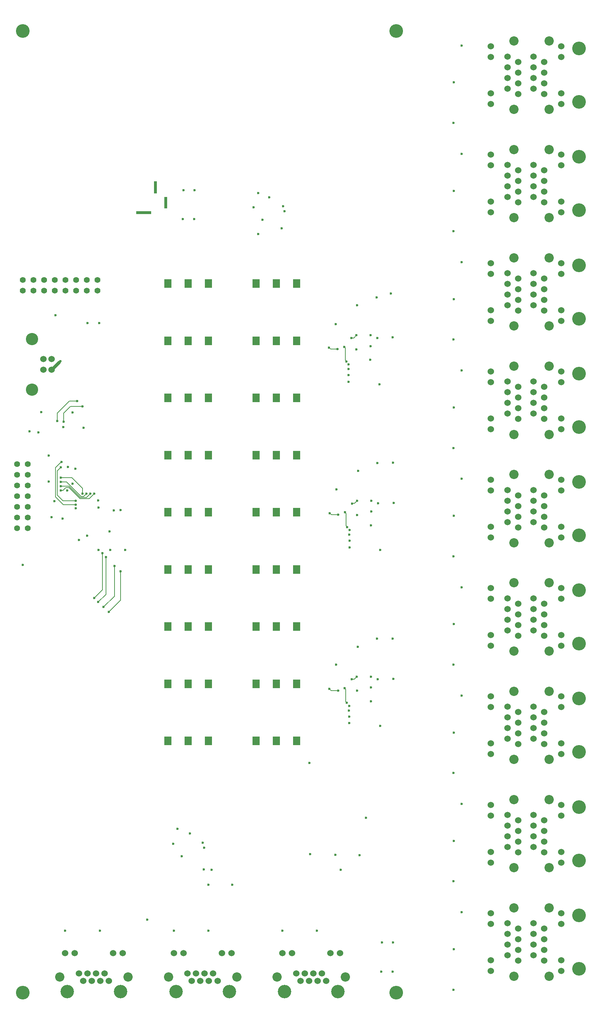
<source format=gbl>
G04*
G04 #@! TF.GenerationSoftware,Altium Limited,Altium Designer,23.10.1 (27)*
G04*
G04 Layer_Physical_Order=4*
G04 Layer_Color=16711680*
%FSLAX44Y44*%
%MOMM*%
G71*
G04*
G04 #@! TF.SameCoordinates,DF195826-C762-4DAA-97BD-B22AA121C3D6*
G04*
G04*
G04 #@! TF.FilePolarity,Positive*
G04*
G01*
G75*
%ADD13C,0.1524*%
%ADD64C,0.7620*%
%ADD67C,1.5240*%
%ADD68C,2.9210*%
%ADD69C,1.3970*%
%ADD70R,1.6510X2.0320*%
%ADD71C,2.2098*%
%ADD72C,3.2512*%
%ADD73C,3.2004*%
G04:AMPARAMS|DCode=74|XSize=0.6858mm|YSize=3.5052mm|CornerRadius=0.0343mm|HoleSize=0mm|Usage=FLASHONLY|Rotation=90.000|XOffset=0mm|YOffset=0mm|HoleType=Round|Shape=RoundedRectangle|*
%AMROUNDEDRECTD74*
21,1,0.6858,3.4366,0,0,90.0*
21,1,0.6172,3.5052,0,0,90.0*
1,1,0.0686,1.7183,0.3086*
1,1,0.0686,1.7183,-0.3086*
1,1,0.0686,-1.7183,-0.3086*
1,1,0.0686,-1.7183,0.3086*
%
%ADD74ROUNDEDRECTD74*%
G04:AMPARAMS|DCode=75|XSize=0.6858mm|YSize=2.8956mm|CornerRadius=0.0343mm|HoleSize=0mm|Usage=FLASHONLY|Rotation=180.000|XOffset=0mm|YOffset=0mm|HoleType=Round|Shape=RoundedRectangle|*
%AMROUNDEDRECTD75*
21,1,0.6858,2.8270,0,0,180.0*
21,1,0.6172,2.8956,0,0,180.0*
1,1,0.0686,-0.3086,1.4135*
1,1,0.0686,0.3086,1.4135*
1,1,0.0686,0.3086,-1.4135*
1,1,0.0686,-0.3086,-1.4135*
%
%ADD75ROUNDEDRECTD75*%
G04:AMPARAMS|DCode=76|XSize=0.6858mm|YSize=2.7178mm|CornerRadius=0.0343mm|HoleSize=0mm|Usage=FLASHONLY|Rotation=180.000|XOffset=0mm|YOffset=0mm|HoleType=Round|Shape=RoundedRectangle|*
%AMROUNDEDRECTD76*
21,1,0.6858,2.6492,0,0,180.0*
21,1,0.6172,2.7178,0,0,180.0*
1,1,0.0686,-0.3086,1.3246*
1,1,0.0686,0.3086,1.3246*
1,1,0.0686,0.3086,-1.3246*
1,1,0.0686,-0.3086,-1.3246*
%
%ADD76ROUNDEDRECTD76*%
%ADD77C,0.6000*%
D13*
X132842Y1403096D02*
X161544Y1431798D01*
X180340D01*
X148082Y1403096D02*
X164084Y1419098D01*
X193294D01*
X142748Y1287526D02*
X143208D01*
X129032Y1273810D02*
X142748Y1287526D01*
X129032Y1203960D02*
Y1273810D01*
Y1203960D02*
X147574Y1185418D01*
X133096Y1265936D02*
X141478Y1274318D01*
X133096Y1208786D02*
Y1265936D01*
Y1208786D02*
X146812Y1195070D01*
X148082Y1383284D02*
Y1403096D01*
X132842Y1384554D02*
Y1403096D01*
X255524Y930656D02*
X256032D01*
X283972Y958596D01*
X243078Y942340D02*
X243586D01*
X269240Y967994D01*
Y1039876D01*
X283972Y958596D02*
Y1027176D01*
X230886Y954532D02*
X248920Y972566D01*
Y1060958D01*
X221234Y963930D02*
X240792Y983488D01*
Y1070864D01*
X146812Y1195070D02*
X176784D01*
X147574Y1185418D02*
X176784D01*
X155448Y1239520D02*
X189690Y1205278D01*
X195882D01*
X202184Y1211580D01*
X188249Y1202484D02*
X202486D01*
X209344Y1199690D02*
X221234Y1211580D01*
X187092Y1199690D02*
X209344D01*
X161373Y1229360D02*
X188249Y1202484D01*
X202486D02*
X211582Y1211580D01*
X160772Y1226010D02*
X187092Y1199690D01*
X153854Y1226010D02*
X160772D01*
X147044Y1219200D02*
X153854Y1226010D01*
X141478Y1219200D02*
X147044D01*
X141478Y1239520D02*
X155448D01*
X141478Y1229360D02*
X161373D01*
X168148Y1249680D02*
X193040Y1224788D01*
Y1211580D02*
Y1224788D01*
X141478Y1249680D02*
X168148D01*
X192834Y1211786D02*
X193040Y1211580D01*
X840232Y770636D02*
X846328Y776732D01*
X836168Y770636D02*
X840232D01*
X835914Y770382D02*
X836168Y770636D01*
X834644Y770382D02*
X835914D01*
X834595Y770333D02*
X834644Y770382D01*
X781050Y747522D02*
X781304D01*
X785114Y743712D01*
X801624D01*
X820166Y717633D02*
X822452Y715347D01*
X820166Y717633D02*
Y746451D01*
X822452Y714502D02*
Y715347D01*
X817531Y749086D02*
X820166Y746451D01*
X817531Y749086D02*
Y749582D01*
X838962Y1582166D02*
X845058Y1588262D01*
X834898Y1582166D02*
X838962D01*
X834644Y1581912D02*
X834898Y1582166D01*
X833374Y1581912D02*
X834644D01*
X833325Y1581863D02*
X833374Y1581912D01*
X779780Y1559052D02*
X780034D01*
X783844Y1555242D01*
X800354D01*
X818896Y1529163D02*
X821182Y1526877D01*
X818896Y1529163D02*
Y1557981D01*
X821182Y1526032D02*
Y1526877D01*
X816261Y1560616D02*
X818896Y1557981D01*
X816261Y1560616D02*
Y1561111D01*
X840994Y1188720D02*
X847090Y1194816D01*
X836930Y1188720D02*
X840994D01*
X836676Y1188466D02*
X836930Y1188720D01*
X835406Y1188466D02*
X836676D01*
X835357Y1188417D02*
X835406Y1188466D01*
X781812Y1165606D02*
X782066D01*
X785876Y1161796D02*
X802386D01*
X782066Y1165606D02*
X785876Y1161796D01*
X818292Y1167170D02*
Y1167665D01*
X820928Y1135717D02*
X823214Y1133431D01*
X820928Y1135717D02*
Y1164535D01*
X823214Y1132586D02*
Y1133431D01*
X818292Y1167170D02*
X820928Y1164535D01*
D64*
X119888Y1506728D02*
X137795Y1524635D01*
D67*
X99822Y1506728D02*
D03*
Y1531620D02*
D03*
X119888Y1506728D02*
D03*
Y1531620D02*
D03*
X1333246Y77470D02*
D03*
Y102870D02*
D03*
Y189230D02*
D03*
Y214630D02*
D03*
X1267206Y190500D02*
D03*
X1292606Y177800D02*
D03*
X1267206Y165100D02*
D03*
X1292606Y152400D02*
D03*
X1267206Y139700D02*
D03*
X1292606Y127000D02*
D03*
X1267206Y114300D02*
D03*
X1292606Y101600D02*
D03*
X1165606Y77470D02*
D03*
X1230376Y101600D02*
D03*
X1165606Y189230D02*
D03*
Y214630D02*
D03*
Y102870D02*
D03*
X1204976Y114300D02*
D03*
X1230376Y152400D02*
D03*
X1204976Y165100D02*
D03*
X1230376Y127000D02*
D03*
X1204976Y139700D02*
D03*
X1230376Y177800D02*
D03*
X1204976Y190500D02*
D03*
X1333246Y335026D02*
D03*
Y360426D02*
D03*
Y446786D02*
D03*
Y472186D02*
D03*
X1267206Y448056D02*
D03*
X1292606Y435356D02*
D03*
X1267206Y422656D02*
D03*
X1292606Y409956D02*
D03*
X1267206Y397256D02*
D03*
X1292606Y384556D02*
D03*
X1267206Y371856D02*
D03*
X1292606Y359156D02*
D03*
X1165606Y335026D02*
D03*
X1230376Y359156D02*
D03*
X1165606Y446786D02*
D03*
Y472186D02*
D03*
Y360426D02*
D03*
X1204976Y371856D02*
D03*
X1230376Y409956D02*
D03*
X1204976Y422656D02*
D03*
X1230376Y384556D02*
D03*
X1204976Y397256D02*
D03*
X1230376Y435356D02*
D03*
X1204976Y448056D02*
D03*
X1333246Y592582D02*
D03*
Y617982D02*
D03*
Y704342D02*
D03*
Y729742D02*
D03*
X1267206Y705612D02*
D03*
X1292606Y692912D02*
D03*
X1267206Y680212D02*
D03*
X1292606Y667512D02*
D03*
X1267206Y654812D02*
D03*
X1292606Y642112D02*
D03*
X1267206Y629412D02*
D03*
X1292606Y616712D02*
D03*
X1165606Y592582D02*
D03*
X1230376Y616712D02*
D03*
X1165606Y704342D02*
D03*
Y729742D02*
D03*
Y617982D02*
D03*
X1204976Y629412D02*
D03*
X1230376Y667512D02*
D03*
X1204976Y680212D02*
D03*
X1230376Y642112D02*
D03*
X1204976Y654812D02*
D03*
X1230376Y692912D02*
D03*
X1204976Y705612D02*
D03*
X1333246Y850138D02*
D03*
Y875538D02*
D03*
Y961898D02*
D03*
Y987298D02*
D03*
X1267206Y963168D02*
D03*
X1292606Y950468D02*
D03*
X1267206Y937768D02*
D03*
X1292606Y925068D02*
D03*
X1267206Y912368D02*
D03*
X1292606Y899668D02*
D03*
X1267206Y886968D02*
D03*
X1292606Y874268D02*
D03*
X1165606Y850138D02*
D03*
X1230376Y874268D02*
D03*
X1165606Y961898D02*
D03*
Y987298D02*
D03*
Y875538D02*
D03*
X1204976Y886968D02*
D03*
X1230376Y925068D02*
D03*
X1204976Y937768D02*
D03*
X1230376Y899668D02*
D03*
X1204976Y912368D02*
D03*
X1230376Y950468D02*
D03*
X1204976Y963168D02*
D03*
X1333246Y1107694D02*
D03*
Y1133094D02*
D03*
Y1219454D02*
D03*
Y1244854D02*
D03*
X1267206Y1220724D02*
D03*
X1292606Y1208024D02*
D03*
X1267206Y1195324D02*
D03*
X1292606Y1182624D02*
D03*
X1267206Y1169924D02*
D03*
X1292606Y1157224D02*
D03*
X1267206Y1144524D02*
D03*
X1292606Y1131824D02*
D03*
X1165606Y1107694D02*
D03*
X1230376Y1131824D02*
D03*
X1165606Y1219454D02*
D03*
Y1244854D02*
D03*
Y1133094D02*
D03*
X1204976Y1144524D02*
D03*
X1230376Y1182624D02*
D03*
X1204976Y1195324D02*
D03*
X1230376Y1157224D02*
D03*
X1204976Y1169924D02*
D03*
X1230376Y1208024D02*
D03*
X1204976Y1220724D02*
D03*
X1333246Y1365250D02*
D03*
Y1390650D02*
D03*
Y1477010D02*
D03*
Y1502410D02*
D03*
X1267206Y1478280D02*
D03*
X1292606Y1465580D02*
D03*
X1267206Y1452880D02*
D03*
X1292606Y1440180D02*
D03*
X1267206Y1427480D02*
D03*
X1292606Y1414780D02*
D03*
X1267206Y1402080D02*
D03*
X1292606Y1389380D02*
D03*
X1165606Y1365250D02*
D03*
X1230376Y1389380D02*
D03*
X1165606Y1477010D02*
D03*
Y1502410D02*
D03*
Y1390650D02*
D03*
X1204976Y1402080D02*
D03*
X1230376Y1440180D02*
D03*
X1204976Y1452880D02*
D03*
X1230376Y1414780D02*
D03*
X1204976Y1427480D02*
D03*
X1230376Y1465580D02*
D03*
X1204976Y1478280D02*
D03*
X1333246Y1622806D02*
D03*
Y1648206D02*
D03*
Y1734566D02*
D03*
Y1759966D02*
D03*
X1267206Y1735836D02*
D03*
X1292606Y1723136D02*
D03*
X1267206Y1710436D02*
D03*
X1292606Y1697736D02*
D03*
X1267206Y1685036D02*
D03*
X1292606Y1672336D02*
D03*
X1267206Y1659636D02*
D03*
X1292606Y1646936D02*
D03*
X1165606Y1622806D02*
D03*
X1230376Y1646936D02*
D03*
X1165606Y1734566D02*
D03*
Y1759966D02*
D03*
Y1648206D02*
D03*
X1204976Y1659636D02*
D03*
X1230376Y1697736D02*
D03*
X1204976Y1710436D02*
D03*
X1230376Y1672336D02*
D03*
X1204976Y1685036D02*
D03*
X1230376Y1723136D02*
D03*
X1204976Y1735836D02*
D03*
X1333246Y1880362D02*
D03*
Y1905762D02*
D03*
Y1992122D02*
D03*
Y2017522D02*
D03*
X1267206Y1993392D02*
D03*
X1292606Y1980692D02*
D03*
X1267206Y1967992D02*
D03*
X1292606Y1955292D02*
D03*
X1267206Y1942592D02*
D03*
X1292606Y1929892D02*
D03*
X1267206Y1917192D02*
D03*
X1292606Y1904492D02*
D03*
X1165606Y1880362D02*
D03*
X1230376Y1904492D02*
D03*
X1165606Y1992122D02*
D03*
Y2017522D02*
D03*
Y1905762D02*
D03*
X1204976Y1917192D02*
D03*
X1230376Y1955292D02*
D03*
X1204976Y1967992D02*
D03*
X1230376Y1929892D02*
D03*
X1204976Y1942592D02*
D03*
X1230376Y1980692D02*
D03*
X1204976Y1993392D02*
D03*
X1333246Y2137918D02*
D03*
Y2163318D02*
D03*
Y2249678D02*
D03*
Y2275078D02*
D03*
X1267206Y2250948D02*
D03*
X1292606Y2238248D02*
D03*
X1267206Y2225548D02*
D03*
X1292606Y2212848D02*
D03*
X1267206Y2200148D02*
D03*
X1292606Y2187448D02*
D03*
X1267206Y2174748D02*
D03*
X1292606Y2162048D02*
D03*
X1165606Y2137918D02*
D03*
X1230376Y2162048D02*
D03*
X1165606Y2249678D02*
D03*
Y2275078D02*
D03*
Y2163318D02*
D03*
X1204976Y2174748D02*
D03*
X1230376Y2212848D02*
D03*
X1204976Y2225548D02*
D03*
X1230376Y2187448D02*
D03*
X1204976Y2200148D02*
D03*
X1230376Y2238248D02*
D03*
X1204976Y2250948D02*
D03*
X669036Y119888D02*
D03*
X691896D02*
D03*
X783336D02*
D03*
X806196D02*
D03*
X701802Y71628D02*
D03*
X712026Y53848D02*
D03*
X722186Y71628D02*
D03*
X732409Y53848D02*
D03*
X742505Y71628D02*
D03*
X752793Y53848D02*
D03*
X762952Y71628D02*
D03*
X773176Y53848D02*
D03*
X410464Y119888D02*
D03*
X433324D02*
D03*
X524764D02*
D03*
X547624D02*
D03*
X443230Y71628D02*
D03*
X453453Y53848D02*
D03*
X463614Y71628D02*
D03*
X473837Y53848D02*
D03*
X483933Y71628D02*
D03*
X494221Y53848D02*
D03*
X504380Y71628D02*
D03*
X514604Y53848D02*
D03*
X151892Y119888D02*
D03*
X174752D02*
D03*
X266192D02*
D03*
X289052D02*
D03*
X184658Y71628D02*
D03*
X194881Y53848D02*
D03*
X205042Y71628D02*
D03*
X215265Y53848D02*
D03*
X225361Y71628D02*
D03*
X235648Y53848D02*
D03*
X245809Y71628D02*
D03*
X256032Y53848D02*
D03*
D68*
X72644Y1579372D02*
D03*
Y1458976D02*
D03*
D69*
X177800Y1719580D02*
D03*
Y1694180D02*
D03*
X152400Y1719580D02*
D03*
Y1694180D02*
D03*
X127000Y1719580D02*
D03*
Y1694180D02*
D03*
X101600Y1719580D02*
D03*
Y1694180D02*
D03*
X76200Y1719580D02*
D03*
Y1694180D02*
D03*
X50800Y1719580D02*
D03*
Y1694180D02*
D03*
X203200Y1719580D02*
D03*
Y1694180D02*
D03*
X228600Y1719580D02*
D03*
Y1694180D02*
D03*
X37846Y1282192D02*
D03*
X63246D02*
D03*
X37846Y1256792D02*
D03*
X63246D02*
D03*
X37846Y1231392D02*
D03*
X63246D02*
D03*
X37846Y1205992D02*
D03*
X63246D02*
D03*
X37846Y1180592D02*
D03*
X63246D02*
D03*
X37846Y1155192D02*
D03*
X63246D02*
D03*
X37846Y1129792D02*
D03*
X63246D02*
D03*
D70*
X606806Y624078D02*
D03*
X655066D02*
D03*
X703326D02*
D03*
X396494D02*
D03*
X444754D02*
D03*
X493014D02*
D03*
X606806Y759968D02*
D03*
X655066D02*
D03*
X703326D02*
D03*
X396494D02*
D03*
X444754D02*
D03*
X493014D02*
D03*
X606806Y895858D02*
D03*
X655066D02*
D03*
X703326D02*
D03*
X396494D02*
D03*
X444754D02*
D03*
X493014D02*
D03*
X606806Y1031748D02*
D03*
X655066D02*
D03*
X703326D02*
D03*
X396494D02*
D03*
X444754D02*
D03*
X493014D02*
D03*
X606806Y1167638D02*
D03*
X655066D02*
D03*
X703326D02*
D03*
X396494D02*
D03*
X444754D02*
D03*
X493014D02*
D03*
X606806Y1303528D02*
D03*
X655066D02*
D03*
X703326D02*
D03*
X396494D02*
D03*
X444754D02*
D03*
X493014D02*
D03*
X606806Y1439418D02*
D03*
X655066D02*
D03*
X703326D02*
D03*
X396494D02*
D03*
X444754D02*
D03*
X493014D02*
D03*
X606806Y1575308D02*
D03*
X655066D02*
D03*
X703326D02*
D03*
X396494D02*
D03*
X444754D02*
D03*
X493014D02*
D03*
X606806Y1711198D02*
D03*
X655066D02*
D03*
X703326D02*
D03*
X396494D02*
D03*
X444754D02*
D03*
X493014D02*
D03*
D71*
X1304036Y227203D02*
D03*
Y64897D02*
D03*
X1220216Y227203D02*
D03*
Y64897D02*
D03*
X1304036Y484759D02*
D03*
Y322453D02*
D03*
X1220216Y484759D02*
D03*
Y322453D02*
D03*
X1304036Y742315D02*
D03*
Y580009D02*
D03*
X1220216Y742315D02*
D03*
Y580009D02*
D03*
X1304036Y999871D02*
D03*
Y837565D02*
D03*
X1220216Y999871D02*
D03*
Y837565D02*
D03*
X1304036Y1257427D02*
D03*
Y1095121D02*
D03*
X1220216Y1257427D02*
D03*
Y1095121D02*
D03*
X1304036Y1514983D02*
D03*
Y1352677D02*
D03*
X1220216Y1514983D02*
D03*
Y1352677D02*
D03*
X1304036Y1772539D02*
D03*
Y1610233D02*
D03*
X1220216Y1772539D02*
D03*
Y1610233D02*
D03*
X1304036Y2030095D02*
D03*
Y1867789D02*
D03*
X1220216Y2030095D02*
D03*
Y1867789D02*
D03*
X1304036Y2287651D02*
D03*
Y2125345D02*
D03*
X1220216Y2287651D02*
D03*
Y2125345D02*
D03*
X818896Y62738D02*
D03*
X656336D02*
D03*
X560324D02*
D03*
X397764D02*
D03*
X301752D02*
D03*
X139192D02*
D03*
D72*
X1375156Y209550D02*
D03*
Y82550D02*
D03*
Y467106D02*
D03*
Y340106D02*
D03*
Y724662D02*
D03*
Y597662D02*
D03*
Y982218D02*
D03*
Y855218D02*
D03*
Y1239774D02*
D03*
Y1112774D02*
D03*
Y1497330D02*
D03*
Y1370330D02*
D03*
Y1754886D02*
D03*
Y1627886D02*
D03*
Y2012442D02*
D03*
Y1885442D02*
D03*
Y2269998D02*
D03*
Y2142998D02*
D03*
X939800Y2311400D02*
D03*
X50800D02*
D03*
X939800Y25400D02*
D03*
X50800D02*
D03*
D73*
X801116Y28448D02*
D03*
X674116D02*
D03*
X542544D02*
D03*
X415544D02*
D03*
X283972D02*
D03*
X156972D02*
D03*
D74*
X338582Y1880108D02*
D03*
D75*
X366522Y1940052D02*
D03*
D76*
X391668Y1903222D02*
D03*
D77*
X180340Y1431798D02*
D03*
X193294Y1419098D02*
D03*
X143208Y1287526D02*
D03*
X158750Y1275080D02*
D03*
X141478Y1274318D02*
D03*
X67480Y1359822D02*
D03*
X129286Y1635760D02*
D03*
X195580Y1368552D02*
D03*
X140716Y1526540D02*
D03*
X232651Y1617438D02*
D03*
X205473D02*
D03*
X169164Y1405128D02*
D03*
X132842Y1384554D02*
D03*
X94742Y1405636D02*
D03*
X147828Y1370330D02*
D03*
X88646Y1357884D02*
D03*
X148082Y1383284D02*
D03*
X176530Y1271270D02*
D03*
X751586Y172974D02*
D03*
X669036D02*
D03*
X493014D02*
D03*
X410464D02*
D03*
X1075944Y32766D02*
D03*
X1077468Y129032D02*
D03*
X1075944Y290322D02*
D03*
X1077468Y386588D02*
D03*
X1075944Y547878D02*
D03*
X1077468Y644144D02*
D03*
X1075944Y805434D02*
D03*
X1077468Y901700D02*
D03*
X1075944Y1062990D02*
D03*
X1077468Y1159256D02*
D03*
X1075944Y1320546D02*
D03*
X1077468Y1416812D02*
D03*
X1075944Y1578102D02*
D03*
X1077468Y1674368D02*
D03*
X1075944Y1835658D02*
D03*
X1077468Y1931924D02*
D03*
X1075944Y2093214D02*
D03*
X1077468Y2189480D02*
D03*
X347726Y198882D02*
D03*
X231140Y1078230D02*
D03*
X295216D02*
D03*
X259402D02*
D03*
X50800Y1042416D02*
D03*
X433324Y1933194D02*
D03*
X459753Y1933482D02*
D03*
X255524Y930656D02*
D03*
X243078Y942340D02*
D03*
X230886Y954532D02*
D03*
X221234Y963930D02*
D03*
X283972Y1027176D02*
D03*
X269240Y1039876D02*
D03*
X248920Y1060958D02*
D03*
X240792Y1070864D02*
D03*
X230124Y1195832D02*
D03*
X156464Y1219708D02*
D03*
X141478Y1219200D02*
D03*
Y1249680D02*
D03*
Y1239520D02*
D03*
X126492Y1194054D02*
D03*
X119888Y1155954D02*
D03*
X733298Y571754D02*
D03*
X808228Y317500D02*
D03*
X927608Y1687322D02*
D03*
X667258Y1843024D02*
D03*
X176802Y1176783D02*
D03*
X231092Y1178673D02*
D03*
X878858Y1588263D02*
D03*
X795800Y1614679D02*
D03*
X878078Y1529842D02*
D03*
X881144Y1194817D02*
D03*
X797832Y1221741D02*
D03*
X880306Y1136434D02*
D03*
X796816Y805689D02*
D03*
X880110Y718058D02*
D03*
X879758Y777007D02*
D03*
X611886Y1828800D02*
D03*
X848233Y847979D02*
D03*
X849249Y1266063D02*
D03*
X847217Y1659509D02*
D03*
X459499Y1864394D02*
D03*
X432321D02*
D03*
X828040Y666242D02*
D03*
Y682244D02*
D03*
X932942Y771652D02*
D03*
X896112Y770636D02*
D03*
X828040Y707390D02*
D03*
X827786Y696468D02*
D03*
X880110Y751078D02*
D03*
X846483Y743359D02*
D03*
X894588Y866902D02*
D03*
X931418Y867156D02*
D03*
X901517Y659953D02*
D03*
X846328Y776732D02*
D03*
X834595Y770333D02*
D03*
X801624Y743712D02*
D03*
X781050Y747522D02*
D03*
X822452Y714502D02*
D03*
X817531Y749582D02*
D03*
X826770Y1477772D02*
D03*
Y1493774D02*
D03*
X931672Y1583182D02*
D03*
X894842Y1582166D02*
D03*
X826770Y1518920D02*
D03*
X826516Y1507998D02*
D03*
X878840Y1562608D02*
D03*
X845213Y1554889D02*
D03*
X893318Y1678432D02*
D03*
X900247Y1471483D02*
D03*
X845058Y1588262D02*
D03*
X833325Y1581863D02*
D03*
X800354Y1555242D02*
D03*
X779780Y1559052D02*
D03*
X821182Y1526032D02*
D03*
X816261Y1561111D02*
D03*
X902280Y1078037D02*
D03*
X621792Y1862836D02*
D03*
X674370Y1882902D02*
D03*
X671068Y1895094D02*
D03*
X429768Y350266D02*
D03*
X904507Y75980D02*
D03*
X931685D02*
D03*
X932447Y145068D02*
D03*
X906018Y144780D02*
D03*
X600456Y1892554D02*
D03*
X637540Y1916176D02*
D03*
X611378Y1926590D02*
D03*
X481584Y319024D02*
D03*
X409194Y379730D02*
D03*
X419354Y414782D02*
D03*
X448818Y403860D02*
D03*
X479806Y382524D02*
D03*
X483108Y370332D02*
D03*
X492760Y282194D02*
D03*
X500888Y318008D02*
D03*
X549910Y282194D02*
D03*
X828802Y1084326D02*
D03*
Y1100328D02*
D03*
X933704Y1189736D02*
D03*
X896874Y1188720D02*
D03*
X828802Y1125474D02*
D03*
X828548Y1114552D02*
D03*
X880872Y1169162D02*
D03*
X847245Y1161443D02*
D03*
X895350Y1284986D02*
D03*
X932180Y1285240D02*
D03*
X847090Y1194816D02*
D03*
X835357Y1188417D02*
D03*
X802386Y1161796D02*
D03*
X781812Y1165606D02*
D03*
X823214Y1132586D02*
D03*
X818292Y1167665D02*
D03*
X868172Y441706D02*
D03*
X852932Y352552D02*
D03*
X795020Y353568D02*
D03*
X734822Y355092D02*
D03*
X1095780Y2277295D02*
D03*
Y2019739D02*
D03*
Y1762183D02*
D03*
X1096034Y1504627D02*
D03*
Y1247071D02*
D03*
Y989515D02*
D03*
X1095780Y731959D02*
D03*
Y474403D02*
D03*
X1096010Y216662D02*
D03*
X151892Y172974D02*
D03*
X234442D02*
D03*
X145542Y1152652D02*
D03*
X169164Y1235710D02*
D03*
X283972Y1172718D02*
D03*
X267970Y1172464D02*
D03*
X257302Y1122426D02*
D03*
X204470Y1111758D02*
D03*
X184912Y1102106D02*
D03*
X112776Y1302258D02*
D03*
X113030Y1240790D02*
D03*
X176784Y1185418D02*
D03*
Y1195070D02*
D03*
X221234Y1211580D02*
D03*
X211582D02*
D03*
X202184D02*
D03*
X193040D02*
D03*
X141478Y1229360D02*
D03*
M02*

</source>
